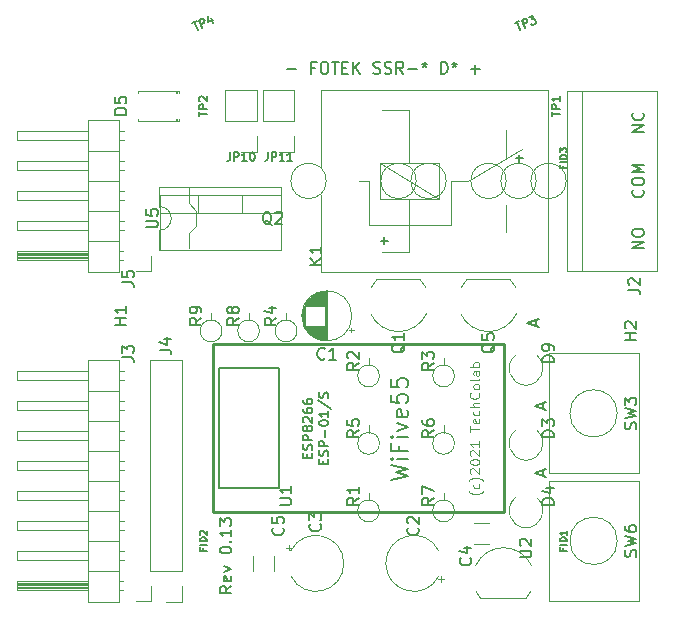
<source format=gto>
G04 #@! TF.GenerationSoftware,KiCad,Pcbnew,(5.1.6-0-10_14)*
G04 #@! TF.CreationDate,2021-04-24T23:59:31+01:00*
G04 #@! TF.ProjectId,WiFive55,57694669-7665-4353-952e-6b696361645f,0.13*
G04 #@! TF.SameCoordinates,Original*
G04 #@! TF.FileFunction,Legend,Top*
G04 #@! TF.FilePolarity,Positive*
%FSLAX46Y46*%
G04 Gerber Fmt 4.6, Leading zero omitted, Abs format (unit mm)*
G04 Created by KiCad (PCBNEW (5.1.6-0-10_14)) date 2021-04-24 23:59:31*
%MOMM*%
%LPD*%
G01*
G04 APERTURE LIST*
%ADD10C,0.150000*%
%ADD11C,0.120000*%
%ADD12C,0.254000*%
%ADD13C,0.152400*%
G04 APERTURE END LIST*
D10*
X115682142Y-50236428D02*
X116444047Y-50236428D01*
X118015476Y-50093571D02*
X117682142Y-50093571D01*
X117682142Y-50617380D02*
X117682142Y-49617380D01*
X118158333Y-49617380D01*
X118729761Y-49617380D02*
X118920238Y-49617380D01*
X119015476Y-49665000D01*
X119110714Y-49760238D01*
X119158333Y-49950714D01*
X119158333Y-50284047D01*
X119110714Y-50474523D01*
X119015476Y-50569761D01*
X118920238Y-50617380D01*
X118729761Y-50617380D01*
X118634523Y-50569761D01*
X118539285Y-50474523D01*
X118491666Y-50284047D01*
X118491666Y-49950714D01*
X118539285Y-49760238D01*
X118634523Y-49665000D01*
X118729761Y-49617380D01*
X119444047Y-49617380D02*
X120015476Y-49617380D01*
X119729761Y-50617380D02*
X119729761Y-49617380D01*
X120348809Y-50093571D02*
X120682142Y-50093571D01*
X120825000Y-50617380D02*
X120348809Y-50617380D01*
X120348809Y-49617380D01*
X120825000Y-49617380D01*
X121253571Y-50617380D02*
X121253571Y-49617380D01*
X121825000Y-50617380D02*
X121396428Y-50045952D01*
X121825000Y-49617380D02*
X121253571Y-50188809D01*
X122967857Y-50569761D02*
X123110714Y-50617380D01*
X123348809Y-50617380D01*
X123444047Y-50569761D01*
X123491666Y-50522142D01*
X123539285Y-50426904D01*
X123539285Y-50331666D01*
X123491666Y-50236428D01*
X123444047Y-50188809D01*
X123348809Y-50141190D01*
X123158333Y-50093571D01*
X123063095Y-50045952D01*
X123015476Y-49998333D01*
X122967857Y-49903095D01*
X122967857Y-49807857D01*
X123015476Y-49712619D01*
X123063095Y-49665000D01*
X123158333Y-49617380D01*
X123396428Y-49617380D01*
X123539285Y-49665000D01*
X123920238Y-50569761D02*
X124063095Y-50617380D01*
X124301190Y-50617380D01*
X124396428Y-50569761D01*
X124444047Y-50522142D01*
X124491666Y-50426904D01*
X124491666Y-50331666D01*
X124444047Y-50236428D01*
X124396428Y-50188809D01*
X124301190Y-50141190D01*
X124110714Y-50093571D01*
X124015476Y-50045952D01*
X123967857Y-49998333D01*
X123920238Y-49903095D01*
X123920238Y-49807857D01*
X123967857Y-49712619D01*
X124015476Y-49665000D01*
X124110714Y-49617380D01*
X124348809Y-49617380D01*
X124491666Y-49665000D01*
X125491666Y-50617380D02*
X125158333Y-50141190D01*
X124920238Y-50617380D02*
X124920238Y-49617380D01*
X125301190Y-49617380D01*
X125396428Y-49665000D01*
X125444047Y-49712619D01*
X125491666Y-49807857D01*
X125491666Y-49950714D01*
X125444047Y-50045952D01*
X125396428Y-50093571D01*
X125301190Y-50141190D01*
X124920238Y-50141190D01*
X125920238Y-50236428D02*
X126682142Y-50236428D01*
X127301190Y-49617380D02*
X127301190Y-49855476D01*
X127063095Y-49760238D02*
X127301190Y-49855476D01*
X127539285Y-49760238D01*
X127158333Y-50045952D02*
X127301190Y-49855476D01*
X127444047Y-50045952D01*
X128682142Y-50617380D02*
X128682142Y-49617380D01*
X128920238Y-49617380D01*
X129063095Y-49665000D01*
X129158333Y-49760238D01*
X129205952Y-49855476D01*
X129253571Y-50045952D01*
X129253571Y-50188809D01*
X129205952Y-50379285D01*
X129158333Y-50474523D01*
X129063095Y-50569761D01*
X128920238Y-50617380D01*
X128682142Y-50617380D01*
X129825000Y-49617380D02*
X129825000Y-49855476D01*
X129586904Y-49760238D02*
X129825000Y-49855476D01*
X130063095Y-49760238D01*
X129682142Y-50045952D02*
X129825000Y-49855476D01*
X129967857Y-50045952D01*
X131205952Y-50236428D02*
X131967857Y-50236428D01*
X131586904Y-50617380D02*
X131586904Y-49855476D01*
X135312142Y-58089761D02*
X135312142Y-57480238D01*
X135616904Y-57785000D02*
X135007380Y-57785000D01*
X123882142Y-65074761D02*
X123882142Y-64465238D01*
X124186904Y-64770000D02*
X123577380Y-64770000D01*
X145867380Y-65404285D02*
X144867380Y-65404285D01*
X145867380Y-64832857D01*
X144867380Y-64832857D01*
X144867380Y-64166190D02*
X144867380Y-63975714D01*
X144915000Y-63880476D01*
X145010238Y-63785238D01*
X145200714Y-63737619D01*
X145534047Y-63737619D01*
X145724523Y-63785238D01*
X145819761Y-63880476D01*
X145867380Y-63975714D01*
X145867380Y-64166190D01*
X145819761Y-64261428D01*
X145724523Y-64356666D01*
X145534047Y-64404285D01*
X145200714Y-64404285D01*
X145010238Y-64356666D01*
X144915000Y-64261428D01*
X144867380Y-64166190D01*
X145772142Y-60451904D02*
X145819761Y-60499523D01*
X145867380Y-60642380D01*
X145867380Y-60737619D01*
X145819761Y-60880476D01*
X145724523Y-60975714D01*
X145629285Y-61023333D01*
X145438809Y-61070952D01*
X145295952Y-61070952D01*
X145105476Y-61023333D01*
X145010238Y-60975714D01*
X144915000Y-60880476D01*
X144867380Y-60737619D01*
X144867380Y-60642380D01*
X144915000Y-60499523D01*
X144962619Y-60451904D01*
X144867380Y-59832857D02*
X144867380Y-59642380D01*
X144915000Y-59547142D01*
X145010238Y-59451904D01*
X145200714Y-59404285D01*
X145534047Y-59404285D01*
X145724523Y-59451904D01*
X145819761Y-59547142D01*
X145867380Y-59642380D01*
X145867380Y-59832857D01*
X145819761Y-59928095D01*
X145724523Y-60023333D01*
X145534047Y-60070952D01*
X145200714Y-60070952D01*
X145010238Y-60023333D01*
X144915000Y-59928095D01*
X144867380Y-59832857D01*
X145867380Y-58975714D02*
X144867380Y-58975714D01*
X145581666Y-58642380D01*
X144867380Y-58309047D01*
X145867380Y-58309047D01*
X145867380Y-55547142D02*
X144867380Y-55547142D01*
X145867380Y-54975714D01*
X144867380Y-54975714D01*
X145772142Y-53928095D02*
X145819761Y-53975714D01*
X145867380Y-54118571D01*
X145867380Y-54213809D01*
X145819761Y-54356666D01*
X145724523Y-54451904D01*
X145629285Y-54499523D01*
X145438809Y-54547142D01*
X145295952Y-54547142D01*
X145105476Y-54499523D01*
X145010238Y-54451904D01*
X144915000Y-54356666D01*
X144867380Y-54213809D01*
X144867380Y-54118571D01*
X144915000Y-53975714D01*
X144962619Y-53928095D01*
X110942380Y-93987619D02*
X110466190Y-94320952D01*
X110942380Y-94559047D02*
X109942380Y-94559047D01*
X109942380Y-94178095D01*
X109990000Y-94082857D01*
X110037619Y-94035238D01*
X110132857Y-93987619D01*
X110275714Y-93987619D01*
X110370952Y-94035238D01*
X110418571Y-94082857D01*
X110466190Y-94178095D01*
X110466190Y-94559047D01*
X110894761Y-93178095D02*
X110942380Y-93273333D01*
X110942380Y-93463809D01*
X110894761Y-93559047D01*
X110799523Y-93606666D01*
X110418571Y-93606666D01*
X110323333Y-93559047D01*
X110275714Y-93463809D01*
X110275714Y-93273333D01*
X110323333Y-93178095D01*
X110418571Y-93130476D01*
X110513809Y-93130476D01*
X110609047Y-93606666D01*
X110275714Y-92797142D02*
X110942380Y-92559047D01*
X110275714Y-92320952D01*
X109942380Y-90987619D02*
X109942380Y-90892380D01*
X109990000Y-90797142D01*
X110037619Y-90749523D01*
X110132857Y-90701904D01*
X110323333Y-90654285D01*
X110561428Y-90654285D01*
X110751904Y-90701904D01*
X110847142Y-90749523D01*
X110894761Y-90797142D01*
X110942380Y-90892380D01*
X110942380Y-90987619D01*
X110894761Y-91082857D01*
X110847142Y-91130476D01*
X110751904Y-91178095D01*
X110561428Y-91225714D01*
X110323333Y-91225714D01*
X110132857Y-91178095D01*
X110037619Y-91130476D01*
X109990000Y-91082857D01*
X109942380Y-90987619D01*
X110847142Y-90225714D02*
X110894761Y-90178095D01*
X110942380Y-90225714D01*
X110894761Y-90273333D01*
X110847142Y-90225714D01*
X110942380Y-90225714D01*
X110942380Y-89225714D02*
X110942380Y-89797142D01*
X110942380Y-89511428D02*
X109942380Y-89511428D01*
X110085238Y-89606666D01*
X110180476Y-89701904D01*
X110228095Y-89797142D01*
X109942380Y-88892380D02*
X109942380Y-88273333D01*
X110323333Y-88606666D01*
X110323333Y-88463809D01*
X110370952Y-88368571D01*
X110418571Y-88320952D01*
X110513809Y-88273333D01*
X110751904Y-88273333D01*
X110847142Y-88320952D01*
X110894761Y-88368571D01*
X110942380Y-88463809D01*
X110942380Y-88749523D01*
X110894761Y-88844761D01*
X110847142Y-88892380D01*
D11*
X132246666Y-85978333D02*
X132208571Y-86016428D01*
X132094285Y-86092619D01*
X132018095Y-86130714D01*
X131903809Y-86168809D01*
X131713333Y-86206904D01*
X131560952Y-86206904D01*
X131370476Y-86168809D01*
X131256190Y-86130714D01*
X131180000Y-86092619D01*
X131065714Y-86016428D01*
X131027619Y-85978333D01*
X131903809Y-85330714D02*
X131941904Y-85406904D01*
X131941904Y-85559285D01*
X131903809Y-85635476D01*
X131865714Y-85673571D01*
X131789523Y-85711666D01*
X131560952Y-85711666D01*
X131484761Y-85673571D01*
X131446666Y-85635476D01*
X131408571Y-85559285D01*
X131408571Y-85406904D01*
X131446666Y-85330714D01*
X132246666Y-85064047D02*
X132208571Y-85025952D01*
X132094285Y-84949761D01*
X132018095Y-84911666D01*
X131903809Y-84873571D01*
X131713333Y-84835476D01*
X131560952Y-84835476D01*
X131370476Y-84873571D01*
X131256190Y-84911666D01*
X131180000Y-84949761D01*
X131065714Y-85025952D01*
X131027619Y-85064047D01*
X131218095Y-84492619D02*
X131180000Y-84454523D01*
X131141904Y-84378333D01*
X131141904Y-84187857D01*
X131180000Y-84111666D01*
X131218095Y-84073571D01*
X131294285Y-84035476D01*
X131370476Y-84035476D01*
X131484761Y-84073571D01*
X131941904Y-84530714D01*
X131941904Y-84035476D01*
X131141904Y-83540238D02*
X131141904Y-83464047D01*
X131180000Y-83387857D01*
X131218095Y-83349761D01*
X131294285Y-83311666D01*
X131446666Y-83273571D01*
X131637142Y-83273571D01*
X131789523Y-83311666D01*
X131865714Y-83349761D01*
X131903809Y-83387857D01*
X131941904Y-83464047D01*
X131941904Y-83540238D01*
X131903809Y-83616428D01*
X131865714Y-83654523D01*
X131789523Y-83692619D01*
X131637142Y-83730714D01*
X131446666Y-83730714D01*
X131294285Y-83692619D01*
X131218095Y-83654523D01*
X131180000Y-83616428D01*
X131141904Y-83540238D01*
X131218095Y-82968809D02*
X131180000Y-82930714D01*
X131141904Y-82854523D01*
X131141904Y-82664047D01*
X131180000Y-82587857D01*
X131218095Y-82549761D01*
X131294285Y-82511666D01*
X131370476Y-82511666D01*
X131484761Y-82549761D01*
X131941904Y-83006904D01*
X131941904Y-82511666D01*
X131941904Y-81749761D02*
X131941904Y-82206904D01*
X131941904Y-81978333D02*
X131141904Y-81978333D01*
X131256190Y-82054523D01*
X131332380Y-82130714D01*
X131370476Y-82206904D01*
X131141904Y-80911666D02*
X131141904Y-80454523D01*
X131941904Y-80683095D02*
X131141904Y-80683095D01*
X131903809Y-79883095D02*
X131941904Y-79959285D01*
X131941904Y-80111666D01*
X131903809Y-80187857D01*
X131827619Y-80225952D01*
X131522857Y-80225952D01*
X131446666Y-80187857D01*
X131408571Y-80111666D01*
X131408571Y-79959285D01*
X131446666Y-79883095D01*
X131522857Y-79845000D01*
X131599047Y-79845000D01*
X131675238Y-80225952D01*
X131903809Y-79159285D02*
X131941904Y-79235476D01*
X131941904Y-79387857D01*
X131903809Y-79464047D01*
X131865714Y-79502142D01*
X131789523Y-79540238D01*
X131560952Y-79540238D01*
X131484761Y-79502142D01*
X131446666Y-79464047D01*
X131408571Y-79387857D01*
X131408571Y-79235476D01*
X131446666Y-79159285D01*
X131941904Y-78816428D02*
X131141904Y-78816428D01*
X131941904Y-78473571D02*
X131522857Y-78473571D01*
X131446666Y-78511666D01*
X131408571Y-78587857D01*
X131408571Y-78702142D01*
X131446666Y-78778333D01*
X131484761Y-78816428D01*
X131865714Y-77635476D02*
X131903809Y-77673571D01*
X131941904Y-77787857D01*
X131941904Y-77864047D01*
X131903809Y-77978333D01*
X131827619Y-78054523D01*
X131751428Y-78092619D01*
X131599047Y-78130714D01*
X131484761Y-78130714D01*
X131332380Y-78092619D01*
X131256190Y-78054523D01*
X131180000Y-77978333D01*
X131141904Y-77864047D01*
X131141904Y-77787857D01*
X131180000Y-77673571D01*
X131218095Y-77635476D01*
X131941904Y-77178333D02*
X131903809Y-77254523D01*
X131865714Y-77292619D01*
X131789523Y-77330714D01*
X131560952Y-77330714D01*
X131484761Y-77292619D01*
X131446666Y-77254523D01*
X131408571Y-77178333D01*
X131408571Y-77064047D01*
X131446666Y-76987857D01*
X131484761Y-76949761D01*
X131560952Y-76911666D01*
X131789523Y-76911666D01*
X131865714Y-76949761D01*
X131903809Y-76987857D01*
X131941904Y-77064047D01*
X131941904Y-77178333D01*
X131941904Y-76454523D02*
X131903809Y-76530714D01*
X131827619Y-76568809D01*
X131141904Y-76568809D01*
X131941904Y-75806904D02*
X131522857Y-75806904D01*
X131446666Y-75845000D01*
X131408571Y-75921190D01*
X131408571Y-76073571D01*
X131446666Y-76149761D01*
X131903809Y-75806904D02*
X131941904Y-75883095D01*
X131941904Y-76073571D01*
X131903809Y-76149761D01*
X131827619Y-76187857D01*
X131751428Y-76187857D01*
X131675238Y-76149761D01*
X131637142Y-76073571D01*
X131637142Y-75883095D01*
X131599047Y-75806904D01*
X131941904Y-75425952D02*
X131141904Y-75425952D01*
X131446666Y-75425952D02*
X131408571Y-75349761D01*
X131408571Y-75197380D01*
X131446666Y-75121190D01*
X131484761Y-75083095D01*
X131560952Y-75045000D01*
X131789523Y-75045000D01*
X131865714Y-75083095D01*
X131903809Y-75121190D01*
X131941904Y-75197380D01*
X131941904Y-75349761D01*
X131903809Y-75425952D01*
D10*
X124463333Y-84978333D02*
X125863333Y-84645000D01*
X124863333Y-84378333D01*
X125863333Y-84111666D01*
X124463333Y-83778333D01*
X125863333Y-83245000D02*
X124930000Y-83245000D01*
X124463333Y-83245000D02*
X124530000Y-83311666D01*
X124596666Y-83245000D01*
X124530000Y-83178333D01*
X124463333Y-83245000D01*
X124596666Y-83245000D01*
X125130000Y-82111666D02*
X125130000Y-82578333D01*
X125863333Y-82578333D02*
X124463333Y-82578333D01*
X124463333Y-81911666D01*
X125863333Y-81378333D02*
X124930000Y-81378333D01*
X124463333Y-81378333D02*
X124530000Y-81445000D01*
X124596666Y-81378333D01*
X124530000Y-81311666D01*
X124463333Y-81378333D01*
X124596666Y-81378333D01*
X124930000Y-80845000D02*
X125863333Y-80511666D01*
X124930000Y-80178333D01*
X125796666Y-79111666D02*
X125863333Y-79245000D01*
X125863333Y-79511666D01*
X125796666Y-79645000D01*
X125663333Y-79711666D01*
X125130000Y-79711666D01*
X124996666Y-79645000D01*
X124930000Y-79511666D01*
X124930000Y-79245000D01*
X124996666Y-79111666D01*
X125130000Y-79045000D01*
X125263333Y-79045000D01*
X125396666Y-79711666D01*
X124463333Y-77778333D02*
X124463333Y-78445000D01*
X125130000Y-78511666D01*
X125063333Y-78445000D01*
X124996666Y-78311666D01*
X124996666Y-77978333D01*
X125063333Y-77845000D01*
X125130000Y-77778333D01*
X125263333Y-77711666D01*
X125596666Y-77711666D01*
X125730000Y-77778333D01*
X125796666Y-77845000D01*
X125863333Y-77978333D01*
X125863333Y-78311666D01*
X125796666Y-78445000D01*
X125730000Y-78511666D01*
X124463333Y-76445000D02*
X124463333Y-77111666D01*
X125130000Y-77178333D01*
X125063333Y-77111666D01*
X124996666Y-76978333D01*
X124996666Y-76645000D01*
X125063333Y-76511666D01*
X125130000Y-76445000D01*
X125263333Y-76378333D01*
X125596666Y-76378333D01*
X125730000Y-76445000D01*
X125796666Y-76511666D01*
X125863333Y-76645000D01*
X125863333Y-76978333D01*
X125796666Y-77111666D01*
X125730000Y-77178333D01*
D11*
X107315000Y-61595000D02*
X107315000Y-60325000D01*
X107950000Y-62230000D02*
X107315000Y-61595000D01*
X107950000Y-63500000D02*
X107950000Y-62230000D01*
X107315000Y-64135000D02*
X107950000Y-63500000D01*
X107315000Y-65405000D02*
X107315000Y-64135000D01*
D10*
X117377857Y-83121190D02*
X117377857Y-82854523D01*
X117796904Y-82740238D02*
X117796904Y-83121190D01*
X116996904Y-83121190D01*
X116996904Y-82740238D01*
X117758809Y-82435476D02*
X117796904Y-82321190D01*
X117796904Y-82130714D01*
X117758809Y-82054523D01*
X117720714Y-82016428D01*
X117644523Y-81978333D01*
X117568333Y-81978333D01*
X117492142Y-82016428D01*
X117454047Y-82054523D01*
X117415952Y-82130714D01*
X117377857Y-82283095D01*
X117339761Y-82359285D01*
X117301666Y-82397380D01*
X117225476Y-82435476D01*
X117149285Y-82435476D01*
X117073095Y-82397380D01*
X117035000Y-82359285D01*
X116996904Y-82283095D01*
X116996904Y-82092619D01*
X117035000Y-81978333D01*
X117796904Y-81635476D02*
X116996904Y-81635476D01*
X116996904Y-81330714D01*
X117035000Y-81254523D01*
X117073095Y-81216428D01*
X117149285Y-81178333D01*
X117263571Y-81178333D01*
X117339761Y-81216428D01*
X117377857Y-81254523D01*
X117415952Y-81330714D01*
X117415952Y-81635476D01*
X117339761Y-80721190D02*
X117301666Y-80797380D01*
X117263571Y-80835476D01*
X117187380Y-80873571D01*
X117149285Y-80873571D01*
X117073095Y-80835476D01*
X117035000Y-80797380D01*
X116996904Y-80721190D01*
X116996904Y-80568809D01*
X117035000Y-80492619D01*
X117073095Y-80454523D01*
X117149285Y-80416428D01*
X117187380Y-80416428D01*
X117263571Y-80454523D01*
X117301666Y-80492619D01*
X117339761Y-80568809D01*
X117339761Y-80721190D01*
X117377857Y-80797380D01*
X117415952Y-80835476D01*
X117492142Y-80873571D01*
X117644523Y-80873571D01*
X117720714Y-80835476D01*
X117758809Y-80797380D01*
X117796904Y-80721190D01*
X117796904Y-80568809D01*
X117758809Y-80492619D01*
X117720714Y-80454523D01*
X117644523Y-80416428D01*
X117492142Y-80416428D01*
X117415952Y-80454523D01*
X117377857Y-80492619D01*
X117339761Y-80568809D01*
X117073095Y-80111666D02*
X117035000Y-80073571D01*
X116996904Y-79997380D01*
X116996904Y-79806904D01*
X117035000Y-79730714D01*
X117073095Y-79692619D01*
X117149285Y-79654523D01*
X117225476Y-79654523D01*
X117339761Y-79692619D01*
X117796904Y-80149761D01*
X117796904Y-79654523D01*
X116996904Y-78968809D02*
X116996904Y-79121190D01*
X117035000Y-79197380D01*
X117073095Y-79235476D01*
X117187380Y-79311666D01*
X117339761Y-79349761D01*
X117644523Y-79349761D01*
X117720714Y-79311666D01*
X117758809Y-79273571D01*
X117796904Y-79197380D01*
X117796904Y-79045000D01*
X117758809Y-78968809D01*
X117720714Y-78930714D01*
X117644523Y-78892619D01*
X117454047Y-78892619D01*
X117377857Y-78930714D01*
X117339761Y-78968809D01*
X117301666Y-79045000D01*
X117301666Y-79197380D01*
X117339761Y-79273571D01*
X117377857Y-79311666D01*
X117454047Y-79349761D01*
X116996904Y-78206904D02*
X116996904Y-78359285D01*
X117035000Y-78435476D01*
X117073095Y-78473571D01*
X117187380Y-78549761D01*
X117339761Y-78587857D01*
X117644523Y-78587857D01*
X117720714Y-78549761D01*
X117758809Y-78511666D01*
X117796904Y-78435476D01*
X117796904Y-78283095D01*
X117758809Y-78206904D01*
X117720714Y-78168809D01*
X117644523Y-78130714D01*
X117454047Y-78130714D01*
X117377857Y-78168809D01*
X117339761Y-78206904D01*
X117301666Y-78283095D01*
X117301666Y-78435476D01*
X117339761Y-78511666D01*
X117377857Y-78549761D01*
X117454047Y-78587857D01*
X118727857Y-83654523D02*
X118727857Y-83387857D01*
X119146904Y-83273571D02*
X119146904Y-83654523D01*
X118346904Y-83654523D01*
X118346904Y-83273571D01*
X119108809Y-82968809D02*
X119146904Y-82854523D01*
X119146904Y-82664047D01*
X119108809Y-82587857D01*
X119070714Y-82549761D01*
X118994523Y-82511666D01*
X118918333Y-82511666D01*
X118842142Y-82549761D01*
X118804047Y-82587857D01*
X118765952Y-82664047D01*
X118727857Y-82816428D01*
X118689761Y-82892619D01*
X118651666Y-82930714D01*
X118575476Y-82968809D01*
X118499285Y-82968809D01*
X118423095Y-82930714D01*
X118385000Y-82892619D01*
X118346904Y-82816428D01*
X118346904Y-82625952D01*
X118385000Y-82511666D01*
X119146904Y-82168809D02*
X118346904Y-82168809D01*
X118346904Y-81864047D01*
X118385000Y-81787857D01*
X118423095Y-81749761D01*
X118499285Y-81711666D01*
X118613571Y-81711666D01*
X118689761Y-81749761D01*
X118727857Y-81787857D01*
X118765952Y-81864047D01*
X118765952Y-82168809D01*
X118842142Y-81368809D02*
X118842142Y-80759285D01*
X118346904Y-80225952D02*
X118346904Y-80149761D01*
X118385000Y-80073571D01*
X118423095Y-80035476D01*
X118499285Y-79997380D01*
X118651666Y-79959285D01*
X118842142Y-79959285D01*
X118994523Y-79997380D01*
X119070714Y-80035476D01*
X119108809Y-80073571D01*
X119146904Y-80149761D01*
X119146904Y-80225952D01*
X119108809Y-80302142D01*
X119070714Y-80340238D01*
X118994523Y-80378333D01*
X118842142Y-80416428D01*
X118651666Y-80416428D01*
X118499285Y-80378333D01*
X118423095Y-80340238D01*
X118385000Y-80302142D01*
X118346904Y-80225952D01*
X119146904Y-79197380D02*
X119146904Y-79654523D01*
X119146904Y-79425952D02*
X118346904Y-79425952D01*
X118461190Y-79502142D01*
X118537380Y-79578333D01*
X118575476Y-79654523D01*
X118308809Y-78283095D02*
X119337380Y-78968809D01*
X119108809Y-78054523D02*
X119146904Y-77940238D01*
X119146904Y-77749761D01*
X119108809Y-77673571D01*
X119070714Y-77635476D01*
X118994523Y-77597380D01*
X118918333Y-77597380D01*
X118842142Y-77635476D01*
X118804047Y-77673571D01*
X118765952Y-77749761D01*
X118727857Y-77902142D01*
X118689761Y-77978333D01*
X118651666Y-78016428D01*
X118575476Y-78054523D01*
X118499285Y-78054523D01*
X118423095Y-78016428D01*
X118385000Y-77978333D01*
X118346904Y-77902142D01*
X118346904Y-77711666D01*
X118385000Y-77597380D01*
D11*
X139295000Y-59690000D02*
G75*
G03*
X139295000Y-59690000I-1500000J0D01*
G01*
X136755000Y-59690000D02*
G75*
G03*
X136755000Y-59690000I-1500000J0D01*
G01*
X134215000Y-59690000D02*
G75*
G03*
X134215000Y-59690000I-1500000J0D01*
G01*
X129135000Y-59690000D02*
G75*
G03*
X129135000Y-59690000I-1500000J0D01*
G01*
X126595000Y-59690000D02*
G75*
G03*
X126595000Y-59690000I-1500000J0D01*
G01*
X118975000Y-59690000D02*
G75*
G03*
X118975000Y-59690000I-1500000J0D01*
G01*
X115552712Y-90740000D02*
X116002712Y-90740000D01*
X115777712Y-90515000D02*
X115777712Y-90965000D01*
X115970260Y-93135000D02*
G75*
G03*
X115970259Y-91015000I2119740J1060000D01*
G01*
X128922288Y-93410000D02*
X128472288Y-93410000D01*
X128697288Y-93635000D02*
X128697288Y-93185000D01*
X128504740Y-91015000D02*
G75*
G03*
X128504741Y-93135000I-2119740J-1060000D01*
G01*
X121135000Y-71120000D02*
G75*
G03*
X121135000Y-71120000I-2120000J0D01*
G01*
X119015000Y-73200000D02*
X119015000Y-69040000D01*
X118975000Y-73200000D02*
X118975000Y-69040000D01*
X118935000Y-73199000D02*
X118935000Y-69041000D01*
X118895000Y-73197000D02*
X118895000Y-69043000D01*
X118855000Y-73194000D02*
X118855000Y-69046000D01*
X118815000Y-73191000D02*
X118815000Y-71960000D01*
X118815000Y-70280000D02*
X118815000Y-69049000D01*
X118775000Y-73187000D02*
X118775000Y-71960000D01*
X118775000Y-70280000D02*
X118775000Y-69053000D01*
X118735000Y-73182000D02*
X118735000Y-71960000D01*
X118735000Y-70280000D02*
X118735000Y-69058000D01*
X118695000Y-73176000D02*
X118695000Y-71960000D01*
X118695000Y-70280000D02*
X118695000Y-69064000D01*
X118655000Y-73170000D02*
X118655000Y-71960000D01*
X118655000Y-70280000D02*
X118655000Y-69070000D01*
X118615000Y-73162000D02*
X118615000Y-71960000D01*
X118615000Y-70280000D02*
X118615000Y-69078000D01*
X118575000Y-73154000D02*
X118575000Y-71960000D01*
X118575000Y-70280000D02*
X118575000Y-69086000D01*
X118535000Y-73145000D02*
X118535000Y-71960000D01*
X118535000Y-70280000D02*
X118535000Y-69095000D01*
X118495000Y-73136000D02*
X118495000Y-71960000D01*
X118495000Y-70280000D02*
X118495000Y-69104000D01*
X118455000Y-73125000D02*
X118455000Y-71960000D01*
X118455000Y-70280000D02*
X118455000Y-69115000D01*
X118415000Y-73114000D02*
X118415000Y-71960000D01*
X118415000Y-70280000D02*
X118415000Y-69126000D01*
X118375000Y-73102000D02*
X118375000Y-71960000D01*
X118375000Y-70280000D02*
X118375000Y-69138000D01*
X118335000Y-73088000D02*
X118335000Y-71960000D01*
X118335000Y-70280000D02*
X118335000Y-69152000D01*
X118294000Y-73074000D02*
X118294000Y-71960000D01*
X118294000Y-70280000D02*
X118294000Y-69166000D01*
X118254000Y-73060000D02*
X118254000Y-71960000D01*
X118254000Y-70280000D02*
X118254000Y-69180000D01*
X118214000Y-73044000D02*
X118214000Y-71960000D01*
X118214000Y-70280000D02*
X118214000Y-69196000D01*
X118174000Y-73027000D02*
X118174000Y-71960000D01*
X118174000Y-70280000D02*
X118174000Y-69213000D01*
X118134000Y-73009000D02*
X118134000Y-71960000D01*
X118134000Y-70280000D02*
X118134000Y-69231000D01*
X118094000Y-72990000D02*
X118094000Y-71960000D01*
X118094000Y-70280000D02*
X118094000Y-69250000D01*
X118054000Y-72971000D02*
X118054000Y-71960000D01*
X118054000Y-70280000D02*
X118054000Y-69269000D01*
X118014000Y-72950000D02*
X118014000Y-71960000D01*
X118014000Y-70280000D02*
X118014000Y-69290000D01*
X117974000Y-72928000D02*
X117974000Y-71960000D01*
X117974000Y-70280000D02*
X117974000Y-69312000D01*
X117934000Y-72905000D02*
X117934000Y-71960000D01*
X117934000Y-70280000D02*
X117934000Y-69335000D01*
X117894000Y-72880000D02*
X117894000Y-71960000D01*
X117894000Y-70280000D02*
X117894000Y-69360000D01*
X117854000Y-72855000D02*
X117854000Y-71960000D01*
X117854000Y-70280000D02*
X117854000Y-69385000D01*
X117814000Y-72828000D02*
X117814000Y-71960000D01*
X117814000Y-70280000D02*
X117814000Y-69412000D01*
X117774000Y-72800000D02*
X117774000Y-71960000D01*
X117774000Y-70280000D02*
X117774000Y-69440000D01*
X117734000Y-72770000D02*
X117734000Y-71960000D01*
X117734000Y-70280000D02*
X117734000Y-69470000D01*
X117694000Y-72739000D02*
X117694000Y-71960000D01*
X117694000Y-70280000D02*
X117694000Y-69501000D01*
X117654000Y-72707000D02*
X117654000Y-71960000D01*
X117654000Y-70280000D02*
X117654000Y-69533000D01*
X117614000Y-72672000D02*
X117614000Y-71960000D01*
X117614000Y-70280000D02*
X117614000Y-69568000D01*
X117574000Y-72636000D02*
X117574000Y-71960000D01*
X117574000Y-70280000D02*
X117574000Y-69604000D01*
X117534000Y-72598000D02*
X117534000Y-71960000D01*
X117534000Y-70280000D02*
X117534000Y-69642000D01*
X117494000Y-72558000D02*
X117494000Y-71960000D01*
X117494000Y-70280000D02*
X117494000Y-69682000D01*
X117454000Y-72516000D02*
X117454000Y-71960000D01*
X117454000Y-70280000D02*
X117454000Y-69724000D01*
X117414000Y-72471000D02*
X117414000Y-71960000D01*
X117414000Y-70280000D02*
X117414000Y-69769000D01*
X117374000Y-72424000D02*
X117374000Y-71960000D01*
X117374000Y-70280000D02*
X117374000Y-69816000D01*
X117334000Y-72374000D02*
X117334000Y-71960000D01*
X117334000Y-70280000D02*
X117334000Y-69866000D01*
X117294000Y-72320000D02*
X117294000Y-71960000D01*
X117294000Y-70280000D02*
X117294000Y-69920000D01*
X117254000Y-72262000D02*
X117254000Y-71960000D01*
X117254000Y-70280000D02*
X117254000Y-69978000D01*
X117214000Y-72200000D02*
X117214000Y-71960000D01*
X117214000Y-70280000D02*
X117214000Y-70040000D01*
X117174000Y-72133000D02*
X117174000Y-70107000D01*
X117134000Y-72060000D02*
X117134000Y-70180000D01*
X117094000Y-71979000D02*
X117094000Y-70261000D01*
X117054000Y-71888000D02*
X117054000Y-70352000D01*
X117014000Y-71784000D02*
X117014000Y-70456000D01*
X116974000Y-71657000D02*
X116974000Y-70583000D01*
X116934000Y-71490000D02*
X116934000Y-70750000D01*
X121284801Y-72315000D02*
X120884801Y-72315000D01*
X121084801Y-72515000D02*
X121084801Y-72115000D01*
X115570000Y-71470000D02*
X115570000Y-70850000D01*
X116490000Y-72390000D02*
G75*
G03*
X116490000Y-72390000I-920000J0D01*
G01*
X104870000Y-60865000D02*
X115110000Y-60865000D01*
X104870000Y-65506000D02*
X115110000Y-65506000D01*
X104870000Y-60865000D02*
X104870000Y-65506000D01*
X115110000Y-60865000D02*
X115110000Y-65506000D01*
X104870000Y-62375000D02*
X115110000Y-62375000D01*
X108140000Y-60865000D02*
X108140000Y-62375000D01*
X111841000Y-60865000D02*
X111841000Y-62375000D01*
X134515000Y-68000000D02*
X130915000Y-68000000D01*
X130390816Y-68727205D02*
G75*
G02*
X130915000Y-68000000I2324184J-1122795D01*
G01*
X130358600Y-70948807D02*
G75*
G03*
X132715000Y-72450000I2356400J1098807D01*
G01*
X135071400Y-70948807D02*
G75*
G02*
X132715000Y-72450000I-2356400J1098807D01*
G01*
X135039184Y-68727205D02*
G75*
G03*
X134515000Y-68000000I-2324184J-1122795D01*
G01*
X126895000Y-68000000D02*
X123295000Y-68000000D01*
X122770816Y-68727205D02*
G75*
G02*
X123295000Y-68000000I2324184J-1122795D01*
G01*
X122738600Y-70948807D02*
G75*
G03*
X125095000Y-72450000I2356400J1098807D01*
G01*
X127451400Y-70948807D02*
G75*
G02*
X125095000Y-72450000I-2356400J1098807D01*
G01*
X127419184Y-68727205D02*
G75*
G03*
X126895000Y-68000000I-2324184J-1122795D01*
G01*
X113090000Y-57210000D02*
X111760000Y-57210000D01*
X113090000Y-55880000D02*
X113090000Y-57210000D01*
X113090000Y-54610000D02*
X110430000Y-54610000D01*
X110430000Y-54610000D02*
X110430000Y-52010000D01*
X113090000Y-54610000D02*
X113090000Y-52010000D01*
X113090000Y-52010000D02*
X110430000Y-52010000D01*
X116265000Y-57210000D02*
X114935000Y-57210000D01*
X116265000Y-55880000D02*
X116265000Y-57210000D01*
X116265000Y-54610000D02*
X113605000Y-54610000D01*
X113605000Y-54610000D02*
X113605000Y-52010000D01*
X116265000Y-54610000D02*
X116265000Y-52010000D01*
X116265000Y-52010000D02*
X113605000Y-52010000D01*
X123475000Y-87630000D02*
G75*
G03*
X123475000Y-87630000I-920000J0D01*
G01*
X122555000Y-86710000D02*
X122555000Y-86090000D01*
X123475000Y-76200000D02*
G75*
G03*
X123475000Y-76200000I-920000J0D01*
G01*
X122555000Y-75280000D02*
X122555000Y-74660000D01*
X129825000Y-76200000D02*
G75*
G03*
X129825000Y-76200000I-920000J0D01*
G01*
X128905000Y-75280000D02*
X128905000Y-74660000D01*
X129825000Y-81915000D02*
G75*
G03*
X129825000Y-81915000I-920000J0D01*
G01*
X128905000Y-80995000D02*
X128905000Y-80375000D01*
X129825000Y-87630000D02*
G75*
G03*
X129825000Y-87630000I-920000J0D01*
G01*
X128905000Y-86710000D02*
X128905000Y-86090000D01*
X113315000Y-72390000D02*
G75*
G03*
X113315000Y-72390000I-920000J0D01*
G01*
X112395000Y-71470000D02*
X112395000Y-70850000D01*
X123475000Y-81915000D02*
G75*
G03*
X123475000Y-81915000I-920000J0D01*
G01*
X122555000Y-80995000D02*
X122555000Y-80375000D01*
X110140000Y-72390000D02*
G75*
G03*
X110140000Y-72390000I-920000J0D01*
G01*
X109220000Y-71470000D02*
X109220000Y-70850000D01*
X132045000Y-95045000D02*
X135895000Y-95045000D01*
X136287383Y-94457264D02*
G75*
G02*
X135895000Y-95045000I-2302383J1112264D01*
G01*
X136341400Y-92246193D02*
G75*
G03*
X133985000Y-90745000I-2356400J-1098807D01*
G01*
X131628600Y-92246193D02*
G75*
G02*
X133985000Y-90745000I2356400J-1098807D01*
G01*
X131662369Y-94467045D02*
G75*
G03*
X132045000Y-95045000I2322631J1122045D01*
G01*
X106740000Y-74870000D02*
X104080000Y-74870000D01*
X106740000Y-92710000D02*
X106740000Y-74870000D01*
X104080000Y-92710000D02*
X104080000Y-74870000D01*
X106740000Y-92710000D02*
X104080000Y-92710000D01*
X106740000Y-93980000D02*
X106740000Y-95310000D01*
X106740000Y-95310000D02*
X105410000Y-95310000D01*
X101430000Y-95310000D02*
X101430000Y-74870000D01*
X101430000Y-74870000D02*
X98770000Y-74870000D01*
X98770000Y-74870000D02*
X98770000Y-95310000D01*
X98770000Y-95310000D02*
X101430000Y-95310000D01*
X98770000Y-94360000D02*
X92770000Y-94360000D01*
X92770000Y-94360000D02*
X92770000Y-93600000D01*
X92770000Y-93600000D02*
X98770000Y-93600000D01*
X98770000Y-94300000D02*
X92770000Y-94300000D01*
X98770000Y-94180000D02*
X92770000Y-94180000D01*
X98770000Y-94060000D02*
X92770000Y-94060000D01*
X98770000Y-93940000D02*
X92770000Y-93940000D01*
X98770000Y-93820000D02*
X92770000Y-93820000D01*
X98770000Y-93700000D02*
X92770000Y-93700000D01*
X101760000Y-94360000D02*
X101430000Y-94360000D01*
X101760000Y-93600000D02*
X101430000Y-93600000D01*
X101430000Y-92710000D02*
X98770000Y-92710000D01*
X98770000Y-91820000D02*
X92770000Y-91820000D01*
X92770000Y-91820000D02*
X92770000Y-91060000D01*
X92770000Y-91060000D02*
X98770000Y-91060000D01*
X101827071Y-91820000D02*
X101430000Y-91820000D01*
X101827071Y-91060000D02*
X101430000Y-91060000D01*
X101430000Y-90170000D02*
X98770000Y-90170000D01*
X98770000Y-89280000D02*
X92770000Y-89280000D01*
X92770000Y-89280000D02*
X92770000Y-88520000D01*
X92770000Y-88520000D02*
X98770000Y-88520000D01*
X101827071Y-89280000D02*
X101430000Y-89280000D01*
X101827071Y-88520000D02*
X101430000Y-88520000D01*
X101430000Y-87630000D02*
X98770000Y-87630000D01*
X98770000Y-86740000D02*
X92770000Y-86740000D01*
X92770000Y-86740000D02*
X92770000Y-85980000D01*
X92770000Y-85980000D02*
X98770000Y-85980000D01*
X101827071Y-86740000D02*
X101430000Y-86740000D01*
X101827071Y-85980000D02*
X101430000Y-85980000D01*
X101430000Y-85090000D02*
X98770000Y-85090000D01*
X98770000Y-84200000D02*
X92770000Y-84200000D01*
X92770000Y-84200000D02*
X92770000Y-83440000D01*
X92770000Y-83440000D02*
X98770000Y-83440000D01*
X101827071Y-84200000D02*
X101430000Y-84200000D01*
X101827071Y-83440000D02*
X101430000Y-83440000D01*
X101430000Y-82550000D02*
X98770000Y-82550000D01*
X98770000Y-81660000D02*
X92770000Y-81660000D01*
X92770000Y-81660000D02*
X92770000Y-80900000D01*
X92770000Y-80900000D02*
X98770000Y-80900000D01*
X101827071Y-81660000D02*
X101430000Y-81660000D01*
X101827071Y-80900000D02*
X101430000Y-80900000D01*
X101430000Y-80010000D02*
X98770000Y-80010000D01*
X98770000Y-79120000D02*
X92770000Y-79120000D01*
X92770000Y-79120000D02*
X92770000Y-78360000D01*
X92770000Y-78360000D02*
X98770000Y-78360000D01*
X101827071Y-79120000D02*
X101430000Y-79120000D01*
X101827071Y-78360000D02*
X101430000Y-78360000D01*
X101430000Y-77470000D02*
X98770000Y-77470000D01*
X98770000Y-76580000D02*
X92770000Y-76580000D01*
X92770000Y-76580000D02*
X92770000Y-75820000D01*
X92770000Y-75820000D02*
X98770000Y-75820000D01*
X101827071Y-76580000D02*
X101430000Y-76580000D01*
X101827071Y-75820000D02*
X101430000Y-75820000D01*
X104140000Y-93980000D02*
X104140000Y-95250000D01*
X104140000Y-95250000D02*
X102870000Y-95250000D01*
X101430000Y-67370000D02*
X101430000Y-54550000D01*
X101430000Y-54550000D02*
X98770000Y-54550000D01*
X98770000Y-54550000D02*
X98770000Y-67370000D01*
X98770000Y-67370000D02*
X101430000Y-67370000D01*
X98770000Y-66420000D02*
X92770000Y-66420000D01*
X92770000Y-66420000D02*
X92770000Y-65660000D01*
X92770000Y-65660000D02*
X98770000Y-65660000D01*
X98770000Y-66360000D02*
X92770000Y-66360000D01*
X98770000Y-66240000D02*
X92770000Y-66240000D01*
X98770000Y-66120000D02*
X92770000Y-66120000D01*
X98770000Y-66000000D02*
X92770000Y-66000000D01*
X98770000Y-65880000D02*
X92770000Y-65880000D01*
X98770000Y-65760000D02*
X92770000Y-65760000D01*
X101760000Y-66420000D02*
X101430000Y-66420000D01*
X101760000Y-65660000D02*
X101430000Y-65660000D01*
X101430000Y-64770000D02*
X98770000Y-64770000D01*
X98770000Y-63880000D02*
X92770000Y-63880000D01*
X92770000Y-63880000D02*
X92770000Y-63120000D01*
X92770000Y-63120000D02*
X98770000Y-63120000D01*
X101827071Y-63880000D02*
X101430000Y-63880000D01*
X101827071Y-63120000D02*
X101430000Y-63120000D01*
X101430000Y-62230000D02*
X98770000Y-62230000D01*
X98770000Y-61340000D02*
X92770000Y-61340000D01*
X92770000Y-61340000D02*
X92770000Y-60580000D01*
X92770000Y-60580000D02*
X98770000Y-60580000D01*
X101827071Y-61340000D02*
X101430000Y-61340000D01*
X101827071Y-60580000D02*
X101430000Y-60580000D01*
X101430000Y-59690000D02*
X98770000Y-59690000D01*
X98770000Y-58800000D02*
X92770000Y-58800000D01*
X92770000Y-58800000D02*
X92770000Y-58040000D01*
X92770000Y-58040000D02*
X98770000Y-58040000D01*
X101827071Y-58800000D02*
X101430000Y-58800000D01*
X101827071Y-58040000D02*
X101430000Y-58040000D01*
X101430000Y-57150000D02*
X98770000Y-57150000D01*
X98770000Y-56260000D02*
X92770000Y-56260000D01*
X92770000Y-56260000D02*
X92770000Y-55500000D01*
X92770000Y-55500000D02*
X98770000Y-55500000D01*
X101827071Y-56260000D02*
X101430000Y-56260000D01*
X101827071Y-55500000D02*
X101430000Y-55500000D01*
X104140000Y-66040000D02*
X104140000Y-67310000D01*
X104140000Y-67310000D02*
X102870000Y-67310000D01*
D12*
X109347000Y-73533000D02*
X133985000Y-73533000D01*
X133985000Y-73533000D02*
X133985000Y-87757000D01*
X133985000Y-87757000D02*
X109347000Y-87757000D01*
X109347000Y-87757000D02*
X109347000Y-73533000D01*
D13*
X112395000Y-75565000D02*
X109855000Y-75565000D01*
X109855000Y-75565000D02*
X109855000Y-78105000D01*
X109855000Y-78105000D02*
X109855000Y-85725000D01*
X109855000Y-85725000D02*
X114935000Y-85725000D01*
X114935000Y-85725000D02*
X114935000Y-75565000D01*
X114935000Y-75565000D02*
X112395000Y-75565000D01*
D11*
X114585000Y-91426000D02*
X114585000Y-92684000D01*
X112745000Y-91426000D02*
X112745000Y-92684000D01*
X104850000Y-63865000D02*
X104850000Y-65515000D01*
X104850000Y-65515000D02*
X115130000Y-65515000D01*
X115130000Y-65515000D02*
X115130000Y-60215000D01*
X115130000Y-60215000D02*
X104850000Y-60215000D01*
X104850000Y-60215000D02*
X104850000Y-61865000D01*
X104850000Y-61865000D02*
G75*
G02*
X104850000Y-63865000I0J-1000000D01*
G01*
X106245000Y-52260000D02*
X106245000Y-52080000D01*
X106245000Y-54600000D02*
X106245000Y-54420000D01*
X106365000Y-52260000D02*
X106365000Y-52080000D01*
X106365000Y-54600000D02*
X106365000Y-54420000D01*
X103065000Y-52245000D02*
X103065000Y-52080000D01*
X103065000Y-54600000D02*
X103065000Y-54435000D01*
X106485000Y-52260000D02*
X106485000Y-52080000D01*
X106485000Y-54600000D02*
X106485000Y-54420000D01*
X106485000Y-52080000D02*
X103065000Y-52080000D01*
X106485000Y-54600000D02*
X103065000Y-54600000D01*
X139382500Y-52070000D02*
X147002500Y-52070000D01*
X139382500Y-67310000D02*
X147002500Y-67310000D01*
X140652500Y-52070000D02*
X140652500Y-67310000D01*
X147002500Y-52070000D02*
X147002500Y-67310000D01*
X139382500Y-52070000D02*
X139382500Y-67310000D01*
X136858866Y-74511150D02*
G75*
G02*
X134990000Y-74451761I-968866J-1053850D01*
G01*
X136858866Y-86576150D02*
G75*
G02*
X134990000Y-86516761I-968866J-1053850D01*
G01*
X136858866Y-80861150D02*
G75*
G02*
X134990000Y-80801761I-968866J-1053850D01*
G01*
X137795000Y-85090000D02*
X137795000Y-95250000D01*
X145415000Y-95250000D02*
X137795000Y-95250000D01*
X145415000Y-95250000D02*
X145415000Y-85090000D01*
X145415000Y-85090000D02*
X137795000Y-85090000D01*
X143605000Y-90170000D02*
G75*
G03*
X143605000Y-90170000I-2000000J0D01*
G01*
X145415000Y-84455000D02*
X145415000Y-74295000D01*
X137795000Y-74295000D02*
X145415000Y-74295000D01*
X137795000Y-74295000D02*
X137795000Y-84455000D01*
X137795000Y-84455000D02*
X145415000Y-84455000D01*
X143605000Y-79375000D02*
G75*
G03*
X143605000Y-79375000I-2000000J0D01*
G01*
X118515000Y-60890000D02*
X118515000Y-67390000D01*
X118515000Y-51990000D02*
X118515000Y-58490000D01*
X118515000Y-51990000D02*
X137715000Y-51990000D01*
X137715000Y-51990000D02*
X137715000Y-67390000D01*
X137715000Y-67390000D02*
X118515000Y-67390000D01*
X134215000Y-63990000D02*
X134215000Y-61690000D01*
X134215000Y-55390000D02*
X134215000Y-57690000D01*
X123715000Y-65690000D02*
X126015000Y-65690000D01*
X122615000Y-59690000D02*
X121715000Y-59690000D01*
X126015000Y-53690000D02*
X123715000Y-53690000D01*
X129515000Y-59690000D02*
X131015000Y-59690000D01*
X131015000Y-59690000D02*
X135515000Y-56990000D01*
X129515000Y-63390000D02*
X122615000Y-63390000D01*
X129515000Y-59690000D02*
X129515000Y-63390000D01*
X122615000Y-59690000D02*
X122615000Y-63390000D01*
X126015000Y-53690000D02*
X126015000Y-58190000D01*
X126015000Y-61190000D02*
X126015000Y-65690000D01*
X128515000Y-61190000D02*
X123515000Y-58190000D01*
X123515000Y-61190000D02*
X123515000Y-58190000D01*
X123515000Y-58190000D02*
X128515000Y-58190000D01*
X128515000Y-58190000D02*
X128515000Y-61190000D01*
X128515000Y-61190000D02*
X123515000Y-61190000D01*
X132729000Y-90455000D02*
X131471000Y-90455000D01*
X132729000Y-88615000D02*
X131471000Y-88615000D01*
D10*
X118447142Y-88741666D02*
X118494761Y-88789285D01*
X118542380Y-88932142D01*
X118542380Y-89027380D01*
X118494761Y-89170238D01*
X118399523Y-89265476D01*
X118304285Y-89313095D01*
X118113809Y-89360714D01*
X117970952Y-89360714D01*
X117780476Y-89313095D01*
X117685238Y-89265476D01*
X117590000Y-89170238D01*
X117542380Y-89027380D01*
X117542380Y-88932142D01*
X117590000Y-88789285D01*
X117637619Y-88741666D01*
X117542380Y-88408333D02*
X117542380Y-87789285D01*
X117923333Y-88122619D01*
X117923333Y-87979761D01*
X117970952Y-87884523D01*
X118018571Y-87836904D01*
X118113809Y-87789285D01*
X118351904Y-87789285D01*
X118447142Y-87836904D01*
X118494761Y-87884523D01*
X118542380Y-87979761D01*
X118542380Y-88265476D01*
X118494761Y-88360714D01*
X118447142Y-88408333D01*
X126722142Y-89066666D02*
X126769761Y-89114285D01*
X126817380Y-89257142D01*
X126817380Y-89352380D01*
X126769761Y-89495238D01*
X126674523Y-89590476D01*
X126579285Y-89638095D01*
X126388809Y-89685714D01*
X126245952Y-89685714D01*
X126055476Y-89638095D01*
X125960238Y-89590476D01*
X125865000Y-89495238D01*
X125817380Y-89352380D01*
X125817380Y-89257142D01*
X125865000Y-89114285D01*
X125912619Y-89066666D01*
X125912619Y-88685714D02*
X125865000Y-88638095D01*
X125817380Y-88542857D01*
X125817380Y-88304761D01*
X125865000Y-88209523D01*
X125912619Y-88161904D01*
X126007857Y-88114285D01*
X126103095Y-88114285D01*
X126245952Y-88161904D01*
X126817380Y-88733333D01*
X126817380Y-88114285D01*
X118848333Y-74727142D02*
X118800714Y-74774761D01*
X118657857Y-74822380D01*
X118562619Y-74822380D01*
X118419761Y-74774761D01*
X118324523Y-74679523D01*
X118276904Y-74584285D01*
X118229285Y-74393809D01*
X118229285Y-74250952D01*
X118276904Y-74060476D01*
X118324523Y-73965238D01*
X118419761Y-73870000D01*
X118562619Y-73822380D01*
X118657857Y-73822380D01*
X118800714Y-73870000D01*
X118848333Y-73917619D01*
X119800714Y-74822380D02*
X119229285Y-74822380D01*
X119515000Y-74822380D02*
X119515000Y-73822380D01*
X119419761Y-73965238D01*
X119324523Y-74060476D01*
X119229285Y-74108095D01*
X114752380Y-71286666D02*
X114276190Y-71620000D01*
X114752380Y-71858095D02*
X113752380Y-71858095D01*
X113752380Y-71477142D01*
X113800000Y-71381904D01*
X113847619Y-71334285D01*
X113942857Y-71286666D01*
X114085714Y-71286666D01*
X114180952Y-71334285D01*
X114228571Y-71381904D01*
X114276190Y-71477142D01*
X114276190Y-71858095D01*
X114085714Y-70429523D02*
X114752380Y-70429523D01*
X113704761Y-70667619D02*
X114419047Y-70905714D01*
X114419047Y-70286666D01*
X134927211Y-46338884D02*
X135296762Y-46185810D01*
X135379865Y-46909063D02*
X135111987Y-46262347D01*
X135780213Y-46743233D02*
X135512334Y-46096518D01*
X135758702Y-45994469D01*
X135833050Y-45999752D01*
X135876602Y-46017792D01*
X135932911Y-46066628D01*
X135971179Y-46159016D01*
X135965895Y-46233364D01*
X135947855Y-46276916D01*
X135899019Y-46333224D01*
X135652652Y-46435273D01*
X136097458Y-45854151D02*
X136497806Y-45688322D01*
X136384283Y-46023983D01*
X136476671Y-45985714D01*
X136551019Y-45990998D01*
X136594571Y-46009038D01*
X136650879Y-46057874D01*
X136714660Y-46211854D01*
X136709376Y-46286202D01*
X136691336Y-46329754D01*
X136642500Y-46386062D01*
X136457724Y-46462599D01*
X136383376Y-46457315D01*
X136339824Y-46439275D01*
X107622211Y-46338883D02*
X107991762Y-46185809D01*
X108074865Y-46909062D02*
X107806987Y-46262346D01*
X108475213Y-46743232D02*
X108207334Y-46096517D01*
X108453702Y-45994468D01*
X108528050Y-45999751D01*
X108571602Y-46017791D01*
X108627911Y-46066627D01*
X108666179Y-46159015D01*
X108660895Y-46233363D01*
X108642855Y-46276915D01*
X108594019Y-46333223D01*
X108347652Y-46435272D01*
X109220507Y-45929405D02*
X109399092Y-46360549D01*
X108964478Y-45746818D02*
X109001840Y-46272538D01*
X109402187Y-46106709D01*
X108201666Y-54223333D02*
X108201666Y-53823333D01*
X108901666Y-54023333D02*
X108201666Y-54023333D01*
X108901666Y-53590000D02*
X108201666Y-53590000D01*
X108201666Y-53323333D01*
X108235000Y-53256666D01*
X108268333Y-53223333D01*
X108335000Y-53190000D01*
X108435000Y-53190000D01*
X108501666Y-53223333D01*
X108535000Y-53256666D01*
X108568333Y-53323333D01*
X108568333Y-53590000D01*
X108268333Y-52923333D02*
X108235000Y-52890000D01*
X108201666Y-52823333D01*
X108201666Y-52656666D01*
X108235000Y-52590000D01*
X108268333Y-52556666D01*
X108335000Y-52523333D01*
X108401666Y-52523333D01*
X108501666Y-52556666D01*
X108901666Y-52956666D01*
X108901666Y-52523333D01*
X138046666Y-54223333D02*
X138046666Y-53823333D01*
X138746666Y-54023333D02*
X138046666Y-54023333D01*
X138746666Y-53590000D02*
X138046666Y-53590000D01*
X138046666Y-53323333D01*
X138080000Y-53256666D01*
X138113333Y-53223333D01*
X138180000Y-53190000D01*
X138280000Y-53190000D01*
X138346666Y-53223333D01*
X138380000Y-53256666D01*
X138413333Y-53323333D01*
X138413333Y-53590000D01*
X138746666Y-52523333D02*
X138746666Y-52923333D01*
X138746666Y-52723333D02*
X138046666Y-52723333D01*
X138146666Y-52790000D01*
X138213333Y-52856666D01*
X138246666Y-52923333D01*
X114339761Y-63412619D02*
X114244523Y-63365000D01*
X114149285Y-63269761D01*
X114006428Y-63126904D01*
X113911190Y-63079285D01*
X113815952Y-63079285D01*
X113863571Y-63317380D02*
X113768333Y-63269761D01*
X113673095Y-63174523D01*
X113625476Y-62984047D01*
X113625476Y-62650714D01*
X113673095Y-62460238D01*
X113768333Y-62365000D01*
X113863571Y-62317380D01*
X114054047Y-62317380D01*
X114149285Y-62365000D01*
X114244523Y-62460238D01*
X114292142Y-62650714D01*
X114292142Y-62984047D01*
X114244523Y-63174523D01*
X114149285Y-63269761D01*
X114054047Y-63317380D01*
X113863571Y-63317380D01*
X114673095Y-62412619D02*
X114720714Y-62365000D01*
X114815952Y-62317380D01*
X115054047Y-62317380D01*
X115149285Y-62365000D01*
X115196904Y-62412619D01*
X115244523Y-62507857D01*
X115244523Y-62603095D01*
X115196904Y-62745952D01*
X114625476Y-63317380D01*
X115244523Y-63317380D01*
X133262619Y-73505238D02*
X133215000Y-73600476D01*
X133119761Y-73695714D01*
X132976904Y-73838571D01*
X132929285Y-73933809D01*
X132929285Y-74029047D01*
X133167380Y-73981428D02*
X133119761Y-74076666D01*
X133024523Y-74171904D01*
X132834047Y-74219523D01*
X132500714Y-74219523D01*
X132310238Y-74171904D01*
X132215000Y-74076666D01*
X132167380Y-73981428D01*
X132167380Y-73790952D01*
X132215000Y-73695714D01*
X132310238Y-73600476D01*
X132500714Y-73552857D01*
X132834047Y-73552857D01*
X133024523Y-73600476D01*
X133119761Y-73695714D01*
X133167380Y-73790952D01*
X133167380Y-73981428D01*
X132167380Y-72648095D02*
X132167380Y-73124285D01*
X132643571Y-73171904D01*
X132595952Y-73124285D01*
X132548333Y-73029047D01*
X132548333Y-72790952D01*
X132595952Y-72695714D01*
X132643571Y-72648095D01*
X132738809Y-72600476D01*
X132976904Y-72600476D01*
X133072142Y-72648095D01*
X133119761Y-72695714D01*
X133167380Y-72790952D01*
X133167380Y-73029047D01*
X133119761Y-73124285D01*
X133072142Y-73171904D01*
X125642619Y-73505238D02*
X125595000Y-73600476D01*
X125499761Y-73695714D01*
X125356904Y-73838571D01*
X125309285Y-73933809D01*
X125309285Y-74029047D01*
X125547380Y-73981428D02*
X125499761Y-74076666D01*
X125404523Y-74171904D01*
X125214047Y-74219523D01*
X124880714Y-74219523D01*
X124690238Y-74171904D01*
X124595000Y-74076666D01*
X124547380Y-73981428D01*
X124547380Y-73790952D01*
X124595000Y-73695714D01*
X124690238Y-73600476D01*
X124880714Y-73552857D01*
X125214047Y-73552857D01*
X125404523Y-73600476D01*
X125499761Y-73695714D01*
X125547380Y-73790952D01*
X125547380Y-73981428D01*
X125547380Y-72600476D02*
X125547380Y-73171904D01*
X125547380Y-72886190D02*
X124547380Y-72886190D01*
X124690238Y-72981428D01*
X124785476Y-73076666D01*
X124833095Y-73171904D01*
X110843333Y-57281666D02*
X110843333Y-57781666D01*
X110810000Y-57881666D01*
X110743333Y-57948333D01*
X110643333Y-57981666D01*
X110576666Y-57981666D01*
X111176666Y-57981666D02*
X111176666Y-57281666D01*
X111443333Y-57281666D01*
X111510000Y-57315000D01*
X111543333Y-57348333D01*
X111576666Y-57415000D01*
X111576666Y-57515000D01*
X111543333Y-57581666D01*
X111510000Y-57615000D01*
X111443333Y-57648333D01*
X111176666Y-57648333D01*
X112243333Y-57981666D02*
X111843333Y-57981666D01*
X112043333Y-57981666D02*
X112043333Y-57281666D01*
X111976666Y-57381666D01*
X111910000Y-57448333D01*
X111843333Y-57481666D01*
X112676666Y-57281666D02*
X112743333Y-57281666D01*
X112810000Y-57315000D01*
X112843333Y-57348333D01*
X112876666Y-57415000D01*
X112910000Y-57548333D01*
X112910000Y-57715000D01*
X112876666Y-57848333D01*
X112843333Y-57915000D01*
X112810000Y-57948333D01*
X112743333Y-57981666D01*
X112676666Y-57981666D01*
X112610000Y-57948333D01*
X112576666Y-57915000D01*
X112543333Y-57848333D01*
X112510000Y-57715000D01*
X112510000Y-57548333D01*
X112543333Y-57415000D01*
X112576666Y-57348333D01*
X112610000Y-57315000D01*
X112676666Y-57281666D01*
X114018333Y-57281666D02*
X114018333Y-57781666D01*
X113985000Y-57881666D01*
X113918333Y-57948333D01*
X113818333Y-57981666D01*
X113751666Y-57981666D01*
X114351666Y-57981666D02*
X114351666Y-57281666D01*
X114618333Y-57281666D01*
X114685000Y-57315000D01*
X114718333Y-57348333D01*
X114751666Y-57415000D01*
X114751666Y-57515000D01*
X114718333Y-57581666D01*
X114685000Y-57615000D01*
X114618333Y-57648333D01*
X114351666Y-57648333D01*
X115418333Y-57981666D02*
X115018333Y-57981666D01*
X115218333Y-57981666D02*
X115218333Y-57281666D01*
X115151666Y-57381666D01*
X115085000Y-57448333D01*
X115018333Y-57481666D01*
X116085000Y-57981666D02*
X115685000Y-57981666D01*
X115885000Y-57981666D02*
X115885000Y-57281666D01*
X115818333Y-57381666D01*
X115751666Y-57448333D01*
X115685000Y-57481666D01*
X121737380Y-86526666D02*
X121261190Y-86860000D01*
X121737380Y-87098095D02*
X120737380Y-87098095D01*
X120737380Y-86717142D01*
X120785000Y-86621904D01*
X120832619Y-86574285D01*
X120927857Y-86526666D01*
X121070714Y-86526666D01*
X121165952Y-86574285D01*
X121213571Y-86621904D01*
X121261190Y-86717142D01*
X121261190Y-87098095D01*
X121737380Y-85574285D02*
X121737380Y-86145714D01*
X121737380Y-85860000D02*
X120737380Y-85860000D01*
X120880238Y-85955238D01*
X120975476Y-86050476D01*
X121023095Y-86145714D01*
X121737380Y-75096666D02*
X121261190Y-75430000D01*
X121737380Y-75668095D02*
X120737380Y-75668095D01*
X120737380Y-75287142D01*
X120785000Y-75191904D01*
X120832619Y-75144285D01*
X120927857Y-75096666D01*
X121070714Y-75096666D01*
X121165952Y-75144285D01*
X121213571Y-75191904D01*
X121261190Y-75287142D01*
X121261190Y-75668095D01*
X120832619Y-74715714D02*
X120785000Y-74668095D01*
X120737380Y-74572857D01*
X120737380Y-74334761D01*
X120785000Y-74239523D01*
X120832619Y-74191904D01*
X120927857Y-74144285D01*
X121023095Y-74144285D01*
X121165952Y-74191904D01*
X121737380Y-74763333D01*
X121737380Y-74144285D01*
X128087380Y-75096666D02*
X127611190Y-75430000D01*
X128087380Y-75668095D02*
X127087380Y-75668095D01*
X127087380Y-75287142D01*
X127135000Y-75191904D01*
X127182619Y-75144285D01*
X127277857Y-75096666D01*
X127420714Y-75096666D01*
X127515952Y-75144285D01*
X127563571Y-75191904D01*
X127611190Y-75287142D01*
X127611190Y-75668095D01*
X127087380Y-74763333D02*
X127087380Y-74144285D01*
X127468333Y-74477619D01*
X127468333Y-74334761D01*
X127515952Y-74239523D01*
X127563571Y-74191904D01*
X127658809Y-74144285D01*
X127896904Y-74144285D01*
X127992142Y-74191904D01*
X128039761Y-74239523D01*
X128087380Y-74334761D01*
X128087380Y-74620476D01*
X128039761Y-74715714D01*
X127992142Y-74763333D01*
X128087380Y-80811666D02*
X127611190Y-81145000D01*
X128087380Y-81383095D02*
X127087380Y-81383095D01*
X127087380Y-81002142D01*
X127135000Y-80906904D01*
X127182619Y-80859285D01*
X127277857Y-80811666D01*
X127420714Y-80811666D01*
X127515952Y-80859285D01*
X127563571Y-80906904D01*
X127611190Y-81002142D01*
X127611190Y-81383095D01*
X127087380Y-79954523D02*
X127087380Y-80145000D01*
X127135000Y-80240238D01*
X127182619Y-80287857D01*
X127325476Y-80383095D01*
X127515952Y-80430714D01*
X127896904Y-80430714D01*
X127992142Y-80383095D01*
X128039761Y-80335476D01*
X128087380Y-80240238D01*
X128087380Y-80049761D01*
X128039761Y-79954523D01*
X127992142Y-79906904D01*
X127896904Y-79859285D01*
X127658809Y-79859285D01*
X127563571Y-79906904D01*
X127515952Y-79954523D01*
X127468333Y-80049761D01*
X127468333Y-80240238D01*
X127515952Y-80335476D01*
X127563571Y-80383095D01*
X127658809Y-80430714D01*
X128087380Y-86526666D02*
X127611190Y-86860000D01*
X128087380Y-87098095D02*
X127087380Y-87098095D01*
X127087380Y-86717142D01*
X127135000Y-86621904D01*
X127182619Y-86574285D01*
X127277857Y-86526666D01*
X127420714Y-86526666D01*
X127515952Y-86574285D01*
X127563571Y-86621904D01*
X127611190Y-86717142D01*
X127611190Y-87098095D01*
X127087380Y-86193333D02*
X127087380Y-85526666D01*
X128087380Y-85955238D01*
X111577380Y-71286666D02*
X111101190Y-71620000D01*
X111577380Y-71858095D02*
X110577380Y-71858095D01*
X110577380Y-71477142D01*
X110625000Y-71381904D01*
X110672619Y-71334285D01*
X110767857Y-71286666D01*
X110910714Y-71286666D01*
X111005952Y-71334285D01*
X111053571Y-71381904D01*
X111101190Y-71477142D01*
X111101190Y-71858095D01*
X111005952Y-70715238D02*
X110958333Y-70810476D01*
X110910714Y-70858095D01*
X110815476Y-70905714D01*
X110767857Y-70905714D01*
X110672619Y-70858095D01*
X110625000Y-70810476D01*
X110577380Y-70715238D01*
X110577380Y-70524761D01*
X110625000Y-70429523D01*
X110672619Y-70381904D01*
X110767857Y-70334285D01*
X110815476Y-70334285D01*
X110910714Y-70381904D01*
X110958333Y-70429523D01*
X111005952Y-70524761D01*
X111005952Y-70715238D01*
X111053571Y-70810476D01*
X111101190Y-70858095D01*
X111196428Y-70905714D01*
X111386904Y-70905714D01*
X111482142Y-70858095D01*
X111529761Y-70810476D01*
X111577380Y-70715238D01*
X111577380Y-70524761D01*
X111529761Y-70429523D01*
X111482142Y-70381904D01*
X111386904Y-70334285D01*
X111196428Y-70334285D01*
X111101190Y-70381904D01*
X111053571Y-70429523D01*
X111005952Y-70524761D01*
X121737380Y-80811666D02*
X121261190Y-81145000D01*
X121737380Y-81383095D02*
X120737380Y-81383095D01*
X120737380Y-81002142D01*
X120785000Y-80906904D01*
X120832619Y-80859285D01*
X120927857Y-80811666D01*
X121070714Y-80811666D01*
X121165952Y-80859285D01*
X121213571Y-80906904D01*
X121261190Y-81002142D01*
X121261190Y-81383095D01*
X120737380Y-79906904D02*
X120737380Y-80383095D01*
X121213571Y-80430714D01*
X121165952Y-80383095D01*
X121118333Y-80287857D01*
X121118333Y-80049761D01*
X121165952Y-79954523D01*
X121213571Y-79906904D01*
X121308809Y-79859285D01*
X121546904Y-79859285D01*
X121642142Y-79906904D01*
X121689761Y-79954523D01*
X121737380Y-80049761D01*
X121737380Y-80287857D01*
X121689761Y-80383095D01*
X121642142Y-80430714D01*
X108402380Y-71286666D02*
X107926190Y-71620000D01*
X108402380Y-71858095D02*
X107402380Y-71858095D01*
X107402380Y-71477142D01*
X107450000Y-71381904D01*
X107497619Y-71334285D01*
X107592857Y-71286666D01*
X107735714Y-71286666D01*
X107830952Y-71334285D01*
X107878571Y-71381904D01*
X107926190Y-71477142D01*
X107926190Y-71858095D01*
X108402380Y-70810476D02*
X108402380Y-70620000D01*
X108354761Y-70524761D01*
X108307142Y-70477142D01*
X108164285Y-70381904D01*
X107973809Y-70334285D01*
X107592857Y-70334285D01*
X107497619Y-70381904D01*
X107450000Y-70429523D01*
X107402380Y-70524761D01*
X107402380Y-70715238D01*
X107450000Y-70810476D01*
X107497619Y-70858095D01*
X107592857Y-70905714D01*
X107830952Y-70905714D01*
X107926190Y-70858095D01*
X107973809Y-70810476D01*
X108021428Y-70715238D01*
X108021428Y-70524761D01*
X107973809Y-70429523D01*
X107926190Y-70381904D01*
X107830952Y-70334285D01*
X139022142Y-58427857D02*
X139022142Y-58627857D01*
X139336428Y-58627857D02*
X138736428Y-58627857D01*
X138736428Y-58342142D01*
X139336428Y-58113571D02*
X138736428Y-58113571D01*
X139336428Y-57827857D02*
X138736428Y-57827857D01*
X138736428Y-57685000D01*
X138765000Y-57599285D01*
X138822142Y-57542142D01*
X138879285Y-57513571D01*
X138993571Y-57485000D01*
X139079285Y-57485000D01*
X139193571Y-57513571D01*
X139250714Y-57542142D01*
X139307857Y-57599285D01*
X139336428Y-57685000D01*
X139336428Y-57827857D01*
X138736428Y-57285000D02*
X138736428Y-56913571D01*
X138965000Y-57113571D01*
X138965000Y-57027857D01*
X138993571Y-56970714D01*
X139022142Y-56942142D01*
X139079285Y-56913571D01*
X139222142Y-56913571D01*
X139279285Y-56942142D01*
X139307857Y-56970714D01*
X139336428Y-57027857D01*
X139336428Y-57199285D01*
X139307857Y-57256428D01*
X139279285Y-57285000D01*
X108542142Y-90812857D02*
X108542142Y-91012857D01*
X108856428Y-91012857D02*
X108256428Y-91012857D01*
X108256428Y-90727142D01*
X108856428Y-90498571D02*
X108256428Y-90498571D01*
X108856428Y-90212857D02*
X108256428Y-90212857D01*
X108256428Y-90070000D01*
X108285000Y-89984285D01*
X108342142Y-89927142D01*
X108399285Y-89898571D01*
X108513571Y-89870000D01*
X108599285Y-89870000D01*
X108713571Y-89898571D01*
X108770714Y-89927142D01*
X108827857Y-89984285D01*
X108856428Y-90070000D01*
X108856428Y-90212857D01*
X108313571Y-89641428D02*
X108285000Y-89612857D01*
X108256428Y-89555714D01*
X108256428Y-89412857D01*
X108285000Y-89355714D01*
X108313571Y-89327142D01*
X108370714Y-89298571D01*
X108427857Y-89298571D01*
X108513571Y-89327142D01*
X108856428Y-89670000D01*
X108856428Y-89298571D01*
X139022142Y-90812857D02*
X139022142Y-91012857D01*
X139336428Y-91012857D02*
X138736428Y-91012857D01*
X138736428Y-90727142D01*
X139336428Y-90498571D02*
X138736428Y-90498571D01*
X139336428Y-90212857D02*
X138736428Y-90212857D01*
X138736428Y-90070000D01*
X138765000Y-89984285D01*
X138822142Y-89927142D01*
X138879285Y-89898571D01*
X138993571Y-89870000D01*
X139079285Y-89870000D01*
X139193571Y-89898571D01*
X139250714Y-89927142D01*
X139307857Y-89984285D01*
X139336428Y-90070000D01*
X139336428Y-90212857D01*
X139336428Y-89298571D02*
X139336428Y-89641428D01*
X139336428Y-89470000D02*
X138736428Y-89470000D01*
X138822142Y-89527142D01*
X138879285Y-89584285D01*
X138907857Y-89641428D01*
X135342380Y-91566904D02*
X136151904Y-91566904D01*
X136247142Y-91519285D01*
X136294761Y-91471666D01*
X136342380Y-91376428D01*
X136342380Y-91185952D01*
X136294761Y-91090714D01*
X136247142Y-91043095D01*
X136151904Y-90995476D01*
X135342380Y-90995476D01*
X135437619Y-90566904D02*
X135390000Y-90519285D01*
X135342380Y-90424047D01*
X135342380Y-90185952D01*
X135390000Y-90090714D01*
X135437619Y-90043095D01*
X135532857Y-89995476D01*
X135628095Y-89995476D01*
X135770952Y-90043095D01*
X136342380Y-90614523D01*
X136342380Y-89995476D01*
X104862380Y-73993333D02*
X105576666Y-73993333D01*
X105719523Y-74040952D01*
X105814761Y-74136190D01*
X105862380Y-74279047D01*
X105862380Y-74374285D01*
X105195714Y-73088571D02*
X105862380Y-73088571D01*
X104814761Y-73326666D02*
X105529047Y-73564761D01*
X105529047Y-72945714D01*
X101687380Y-74628333D02*
X102401666Y-74628333D01*
X102544523Y-74675952D01*
X102639761Y-74771190D01*
X102687380Y-74914047D01*
X102687380Y-75009285D01*
X101687380Y-74247380D02*
X101687380Y-73628333D01*
X102068333Y-73961666D01*
X102068333Y-73818809D01*
X102115952Y-73723571D01*
X102163571Y-73675952D01*
X102258809Y-73628333D01*
X102496904Y-73628333D01*
X102592142Y-73675952D01*
X102639761Y-73723571D01*
X102687380Y-73818809D01*
X102687380Y-74104523D01*
X102639761Y-74199761D01*
X102592142Y-74247380D01*
X101687380Y-68278333D02*
X102401666Y-68278333D01*
X102544523Y-68325952D01*
X102639761Y-68421190D01*
X102687380Y-68564047D01*
X102687380Y-68659285D01*
X101687380Y-67325952D02*
X101687380Y-67802142D01*
X102163571Y-67849761D01*
X102115952Y-67802142D01*
X102068333Y-67706904D01*
X102068333Y-67468809D01*
X102115952Y-67373571D01*
X102163571Y-67325952D01*
X102258809Y-67278333D01*
X102496904Y-67278333D01*
X102592142Y-67325952D01*
X102639761Y-67373571D01*
X102687380Y-67468809D01*
X102687380Y-67706904D01*
X102639761Y-67802142D01*
X102592142Y-67849761D01*
X115022380Y-87121904D02*
X115831904Y-87121904D01*
X115927142Y-87074285D01*
X115974761Y-87026666D01*
X116022380Y-86931428D01*
X116022380Y-86740952D01*
X115974761Y-86645714D01*
X115927142Y-86598095D01*
X115831904Y-86550476D01*
X115022380Y-86550476D01*
X116022380Y-85550476D02*
X116022380Y-86121904D01*
X116022380Y-85836190D02*
X115022380Y-85836190D01*
X115165238Y-85931428D01*
X115260476Y-86026666D01*
X115308095Y-86121904D01*
X145232380Y-73151904D02*
X144232380Y-73151904D01*
X144708571Y-73151904D02*
X144708571Y-72580476D01*
X145232380Y-72580476D02*
X144232380Y-72580476D01*
X144327619Y-72151904D02*
X144280000Y-72104285D01*
X144232380Y-72009047D01*
X144232380Y-71770952D01*
X144280000Y-71675714D01*
X144327619Y-71628095D01*
X144422857Y-71580476D01*
X144518095Y-71580476D01*
X144660952Y-71628095D01*
X145232380Y-72199523D01*
X145232380Y-71580476D01*
X102052380Y-71881904D02*
X101052380Y-71881904D01*
X101528571Y-71881904D02*
X101528571Y-71310476D01*
X102052380Y-71310476D02*
X101052380Y-71310476D01*
X102052380Y-70310476D02*
X102052380Y-70881904D01*
X102052380Y-70596190D02*
X101052380Y-70596190D01*
X101195238Y-70691428D01*
X101290476Y-70786666D01*
X101338095Y-70881904D01*
X115292142Y-89066666D02*
X115339761Y-89114285D01*
X115387380Y-89257142D01*
X115387380Y-89352380D01*
X115339761Y-89495238D01*
X115244523Y-89590476D01*
X115149285Y-89638095D01*
X114958809Y-89685714D01*
X114815952Y-89685714D01*
X114625476Y-89638095D01*
X114530238Y-89590476D01*
X114435000Y-89495238D01*
X114387380Y-89352380D01*
X114387380Y-89257142D01*
X114435000Y-89114285D01*
X114482619Y-89066666D01*
X114387380Y-88161904D02*
X114387380Y-88638095D01*
X114863571Y-88685714D01*
X114815952Y-88638095D01*
X114768333Y-88542857D01*
X114768333Y-88304761D01*
X114815952Y-88209523D01*
X114863571Y-88161904D01*
X114958809Y-88114285D01*
X115196904Y-88114285D01*
X115292142Y-88161904D01*
X115339761Y-88209523D01*
X115387380Y-88304761D01*
X115387380Y-88542857D01*
X115339761Y-88638095D01*
X115292142Y-88685714D01*
X103727380Y-63626904D02*
X104536904Y-63626904D01*
X104632142Y-63579285D01*
X104679761Y-63531666D01*
X104727380Y-63436428D01*
X104727380Y-63245952D01*
X104679761Y-63150714D01*
X104632142Y-63103095D01*
X104536904Y-63055476D01*
X103727380Y-63055476D01*
X103727380Y-62103095D02*
X103727380Y-62579285D01*
X104203571Y-62626904D01*
X104155952Y-62579285D01*
X104108333Y-62484047D01*
X104108333Y-62245952D01*
X104155952Y-62150714D01*
X104203571Y-62103095D01*
X104298809Y-62055476D01*
X104536904Y-62055476D01*
X104632142Y-62103095D01*
X104679761Y-62150714D01*
X104727380Y-62245952D01*
X104727380Y-62484047D01*
X104679761Y-62579285D01*
X104632142Y-62626904D01*
X102052380Y-54078095D02*
X101052380Y-54078095D01*
X101052380Y-53840000D01*
X101100000Y-53697142D01*
X101195238Y-53601904D01*
X101290476Y-53554285D01*
X101480952Y-53506666D01*
X101623809Y-53506666D01*
X101814285Y-53554285D01*
X101909523Y-53601904D01*
X102004761Y-53697142D01*
X102052380Y-53840000D01*
X102052380Y-54078095D01*
X101052380Y-52601904D02*
X101052380Y-53078095D01*
X101528571Y-53125714D01*
X101480952Y-53078095D01*
X101433333Y-52982857D01*
X101433333Y-52744761D01*
X101480952Y-52649523D01*
X101528571Y-52601904D01*
X101623809Y-52554285D01*
X101861904Y-52554285D01*
X101957142Y-52601904D01*
X102004761Y-52649523D01*
X102052380Y-52744761D01*
X102052380Y-52982857D01*
X102004761Y-53078095D01*
X101957142Y-53125714D01*
X144549880Y-68913333D02*
X145264166Y-68913333D01*
X145407023Y-68960952D01*
X145502261Y-69056190D01*
X145549880Y-69199047D01*
X145549880Y-69294285D01*
X144645119Y-68484761D02*
X144597500Y-68437142D01*
X144549880Y-68341904D01*
X144549880Y-68103809D01*
X144597500Y-68008571D01*
X144645119Y-67960952D01*
X144740357Y-67913333D01*
X144835595Y-67913333D01*
X144978452Y-67960952D01*
X145549880Y-68532380D01*
X145549880Y-67913333D01*
X138247380Y-75033095D02*
X137247380Y-75033095D01*
X137247380Y-74795000D01*
X137295000Y-74652142D01*
X137390238Y-74556904D01*
X137485476Y-74509285D01*
X137675952Y-74461666D01*
X137818809Y-74461666D01*
X138009285Y-74509285D01*
X138104523Y-74556904D01*
X138199761Y-74652142D01*
X138247380Y-74795000D01*
X138247380Y-75033095D01*
X138247380Y-73985476D02*
X138247380Y-73795000D01*
X138199761Y-73699761D01*
X138152142Y-73652142D01*
X138009285Y-73556904D01*
X137818809Y-73509285D01*
X137437857Y-73509285D01*
X137342619Y-73556904D01*
X137295000Y-73604523D01*
X137247380Y-73699761D01*
X137247380Y-73890238D01*
X137295000Y-73985476D01*
X137342619Y-74033095D01*
X137437857Y-74080714D01*
X137675952Y-74080714D01*
X137771190Y-74033095D01*
X137818809Y-73985476D01*
X137866428Y-73890238D01*
X137866428Y-73699761D01*
X137818809Y-73604523D01*
X137771190Y-73556904D01*
X137675952Y-73509285D01*
X136691666Y-71993095D02*
X136691666Y-71516904D01*
X136977380Y-72088333D02*
X135977380Y-71755000D01*
X136977380Y-71421666D01*
X138247380Y-87098095D02*
X137247380Y-87098095D01*
X137247380Y-86860000D01*
X137295000Y-86717142D01*
X137390238Y-86621904D01*
X137485476Y-86574285D01*
X137675952Y-86526666D01*
X137818809Y-86526666D01*
X138009285Y-86574285D01*
X138104523Y-86621904D01*
X138199761Y-86717142D01*
X138247380Y-86860000D01*
X138247380Y-87098095D01*
X137580714Y-85669523D02*
X138247380Y-85669523D01*
X137199761Y-85907619D02*
X137914047Y-86145714D01*
X137914047Y-85526666D01*
X137326666Y-84693095D02*
X137326666Y-84216904D01*
X137612380Y-84788333D02*
X136612380Y-84455000D01*
X137612380Y-84121666D01*
X138247380Y-81383095D02*
X137247380Y-81383095D01*
X137247380Y-81145000D01*
X137295000Y-81002142D01*
X137390238Y-80906904D01*
X137485476Y-80859285D01*
X137675952Y-80811666D01*
X137818809Y-80811666D01*
X138009285Y-80859285D01*
X138104523Y-80906904D01*
X138199761Y-81002142D01*
X138247380Y-81145000D01*
X138247380Y-81383095D01*
X137247380Y-80478333D02*
X137247380Y-79859285D01*
X137628333Y-80192619D01*
X137628333Y-80049761D01*
X137675952Y-79954523D01*
X137723571Y-79906904D01*
X137818809Y-79859285D01*
X138056904Y-79859285D01*
X138152142Y-79906904D01*
X138199761Y-79954523D01*
X138247380Y-80049761D01*
X138247380Y-80335476D01*
X138199761Y-80430714D01*
X138152142Y-80478333D01*
X137326666Y-78978095D02*
X137326666Y-78501904D01*
X137612380Y-79073333D02*
X136612380Y-78740000D01*
X137612380Y-78406666D01*
X145184761Y-91503333D02*
X145232380Y-91360476D01*
X145232380Y-91122380D01*
X145184761Y-91027142D01*
X145137142Y-90979523D01*
X145041904Y-90931904D01*
X144946666Y-90931904D01*
X144851428Y-90979523D01*
X144803809Y-91027142D01*
X144756190Y-91122380D01*
X144708571Y-91312857D01*
X144660952Y-91408095D01*
X144613333Y-91455714D01*
X144518095Y-91503333D01*
X144422857Y-91503333D01*
X144327619Y-91455714D01*
X144280000Y-91408095D01*
X144232380Y-91312857D01*
X144232380Y-91074761D01*
X144280000Y-90931904D01*
X144232380Y-90598571D02*
X145232380Y-90360476D01*
X144518095Y-90170000D01*
X145232380Y-89979523D01*
X144232380Y-89741428D01*
X144232380Y-88931904D02*
X144232380Y-89122380D01*
X144280000Y-89217619D01*
X144327619Y-89265238D01*
X144470476Y-89360476D01*
X144660952Y-89408095D01*
X145041904Y-89408095D01*
X145137142Y-89360476D01*
X145184761Y-89312857D01*
X145232380Y-89217619D01*
X145232380Y-89027142D01*
X145184761Y-88931904D01*
X145137142Y-88884285D01*
X145041904Y-88836666D01*
X144803809Y-88836666D01*
X144708571Y-88884285D01*
X144660952Y-88931904D01*
X144613333Y-89027142D01*
X144613333Y-89217619D01*
X144660952Y-89312857D01*
X144708571Y-89360476D01*
X144803809Y-89408095D01*
X145184761Y-80708333D02*
X145232380Y-80565476D01*
X145232380Y-80327380D01*
X145184761Y-80232142D01*
X145137142Y-80184523D01*
X145041904Y-80136904D01*
X144946666Y-80136904D01*
X144851428Y-80184523D01*
X144803809Y-80232142D01*
X144756190Y-80327380D01*
X144708571Y-80517857D01*
X144660952Y-80613095D01*
X144613333Y-80660714D01*
X144518095Y-80708333D01*
X144422857Y-80708333D01*
X144327619Y-80660714D01*
X144280000Y-80613095D01*
X144232380Y-80517857D01*
X144232380Y-80279761D01*
X144280000Y-80136904D01*
X144232380Y-79803571D02*
X145232380Y-79565476D01*
X144518095Y-79375000D01*
X145232380Y-79184523D01*
X144232380Y-78946428D01*
X144232380Y-78660714D02*
X144232380Y-78041666D01*
X144613333Y-78375000D01*
X144613333Y-78232142D01*
X144660952Y-78136904D01*
X144708571Y-78089285D01*
X144803809Y-78041666D01*
X145041904Y-78041666D01*
X145137142Y-78089285D01*
X145184761Y-78136904D01*
X145232380Y-78232142D01*
X145232380Y-78517857D01*
X145184761Y-78613095D01*
X145137142Y-78660714D01*
X118562380Y-66778095D02*
X117562380Y-66778095D01*
X118562380Y-66206666D02*
X117990952Y-66635238D01*
X117562380Y-66206666D02*
X118133809Y-66778095D01*
X118562380Y-65254285D02*
X118562380Y-65825714D01*
X118562380Y-65540000D02*
X117562380Y-65540000D01*
X117705238Y-65635238D01*
X117800476Y-65730476D01*
X117848095Y-65825714D01*
X131167142Y-91606666D02*
X131214761Y-91654285D01*
X131262380Y-91797142D01*
X131262380Y-91892380D01*
X131214761Y-92035238D01*
X131119523Y-92130476D01*
X131024285Y-92178095D01*
X130833809Y-92225714D01*
X130690952Y-92225714D01*
X130500476Y-92178095D01*
X130405238Y-92130476D01*
X130310000Y-92035238D01*
X130262380Y-91892380D01*
X130262380Y-91797142D01*
X130310000Y-91654285D01*
X130357619Y-91606666D01*
X130595714Y-90749523D02*
X131262380Y-90749523D01*
X130214761Y-90987619D02*
X130929047Y-91225714D01*
X130929047Y-90606666D01*
M02*

</source>
